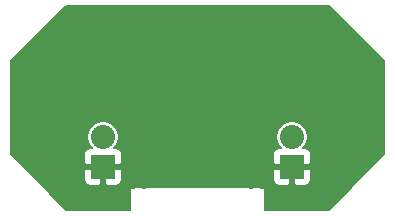
<source format=gbl>
G04 #@! TF.FileFunction,Copper,L2,Bot,Signal*
%FSLAX46Y46*%
G04 Gerber Fmt 4.6, Leading zero omitted, Abs format (unit mm)*
G04 Created by KiCad (PCBNEW 4.0.2+dfsg1-stable) date Sa 25 Mär 2017 16:29:51 CET*
%MOMM*%
G01*
G04 APERTURE LIST*
%ADD10C,0.100000*%
%ADD11R,4.064000X1.524000*%
%ADD12R,1.524000X4.064000*%
%ADD13R,2.032000X2.032000*%
%ADD14O,2.032000X2.032000*%
%ADD15C,0.700000*%
%ADD16C,0.200000*%
G04 APERTURE END LIST*
D10*
D11*
X29700000Y6230000D03*
X29700000Y11770000D03*
X2300000Y11770000D03*
X2300000Y6230000D03*
D12*
X13230000Y4400000D03*
X18770000Y4400000D03*
D13*
X24000000Y4000000D03*
D14*
X24000000Y6540000D03*
D13*
X8000000Y4000000D03*
D14*
X8000000Y6540000D03*
D15*
X16000000Y14700000D03*
X21500000Y11500000D03*
X10500000Y11500000D03*
X5500000Y12500000D03*
X4500000Y13500000D03*
X3000000Y13500000D03*
X5500000Y7500000D03*
X5500000Y6500000D03*
X5500000Y5500000D03*
X4500000Y4500000D03*
X3000000Y4500000D03*
X26500000Y7500000D03*
X26500000Y6500000D03*
X26500000Y5500000D03*
X27500000Y4500000D03*
X29000000Y4500000D03*
X26500000Y12500000D03*
X27500000Y13500000D03*
X29000000Y13500000D03*
X18000000Y9500000D03*
X18000000Y8500000D03*
X18000000Y7500000D03*
X19000000Y7500000D03*
X14000000Y9500000D03*
X14000000Y8500000D03*
X14000000Y7500000D03*
X13000000Y7500000D03*
X10500000Y2500000D03*
X11500000Y2500000D03*
X11500000Y3500000D03*
X11500000Y6500000D03*
X11500000Y5500000D03*
X11500000Y4500000D03*
X21500000Y2500000D03*
X20500000Y2500000D03*
X20500000Y3500000D03*
X20500000Y6500000D03*
X20500000Y5500000D03*
X20500000Y4500000D03*
X9000000Y10000000D03*
X23000000Y10000000D03*
X1500000Y13500000D03*
X2500000Y14500000D03*
X3500000Y15500000D03*
X4500000Y16500000D03*
X5500000Y17000000D03*
X6500000Y17000000D03*
X7500000Y17000000D03*
X8500000Y17000000D03*
X9500000Y17000000D03*
X10500000Y17000000D03*
X11500000Y17000000D03*
X12500000Y17000000D03*
X13500000Y17000000D03*
X14500000Y17000000D03*
X15500000Y17000000D03*
X16500000Y17000000D03*
X17500000Y17000000D03*
X18500000Y17000000D03*
X19500000Y17000000D03*
X20500000Y17000000D03*
X21500000Y17000000D03*
X22500000Y17000000D03*
X23500000Y17000000D03*
X24500000Y17000000D03*
X25500000Y17000000D03*
X26500000Y17000000D03*
X27500000Y16500000D03*
X28500000Y15500000D03*
X29500000Y14500000D03*
X30500000Y13500000D03*
X30500000Y4500000D03*
X29500000Y3500000D03*
X28500000Y2500000D03*
X27500000Y1500000D03*
X26500000Y1000000D03*
X25500000Y1000000D03*
X24500000Y1000000D03*
X23500000Y1000000D03*
X22500000Y1000000D03*
X9500000Y1000000D03*
X8500000Y1000000D03*
X7500000Y1000000D03*
X6500000Y1000000D03*
X5500000Y1000000D03*
X4500000Y1500000D03*
X3500000Y2500000D03*
X2500000Y3500000D03*
X1500000Y4500000D03*
D16*
X3000000Y13500000D02*
X4500000Y13500000D01*
X5500000Y5500000D02*
X5500000Y6500000D01*
X3000000Y4500000D02*
X4500000Y4500000D01*
X26500000Y5500000D02*
X26500000Y6500000D01*
X29000000Y4500000D02*
X27500000Y4500000D01*
X29000000Y13500000D02*
X27500000Y13500000D01*
X18000000Y8500000D02*
X18000000Y9500000D01*
X19000000Y7500000D02*
X18000000Y7500000D01*
X14000000Y8500000D02*
X14000000Y9500000D01*
X13000000Y7500000D02*
X14000000Y7500000D01*
X11500000Y2500000D02*
X10500000Y2500000D01*
X11500000Y4500000D02*
X11500000Y3500000D01*
X11500000Y4500000D02*
X11500000Y5500000D01*
X20500000Y2500000D02*
X21500000Y2500000D01*
X20500000Y4500000D02*
X20500000Y3500000D01*
X20500000Y4500000D02*
X20500000Y5500000D01*
X2500000Y14500000D02*
X1500000Y13500000D01*
X4500000Y16500000D02*
X3500000Y15500000D01*
X6500000Y17000000D02*
X5500000Y17000000D01*
X8500000Y17000000D02*
X7500000Y17000000D01*
X10500000Y17000000D02*
X9500000Y17000000D01*
X12500000Y17000000D02*
X11500000Y17000000D01*
X14500000Y17000000D02*
X13500000Y17000000D01*
X16500000Y17000000D02*
X15500000Y17000000D01*
X18500000Y17000000D02*
X17500000Y17000000D01*
X20500000Y17000000D02*
X19500000Y17000000D01*
X22500000Y17000000D02*
X21500000Y17000000D01*
X24500000Y17000000D02*
X23500000Y17000000D01*
X26500000Y17000000D02*
X25500000Y17000000D01*
X28500000Y15500000D02*
X27500000Y16500000D01*
X30500000Y13500000D02*
X29500000Y14500000D01*
X28500000Y2500000D02*
X29500000Y3500000D01*
X26500000Y1000000D02*
X27000000Y1000000D01*
X27000000Y1000000D02*
X27500000Y1500000D01*
X24500000Y1000000D02*
X25500000Y1000000D01*
X22500000Y1000000D02*
X23500000Y1000000D01*
X7500000Y1000000D02*
X8500000Y1000000D01*
X5500000Y1000000D02*
X6500000Y1000000D01*
X3500000Y2500000D02*
X4500000Y1500000D01*
X1500000Y4500000D02*
X2500000Y3500000D01*
X2300000Y6230000D02*
X2300000Y5268000D01*
X2300000Y5268000D02*
X1532000Y4500000D01*
G36*
X31825000Y12927512D02*
X31825000Y5072488D01*
X27127512Y375000D01*
X21675000Y375000D01*
X21675000Y2100000D01*
X21661679Y2166970D01*
X21623744Y2223744D01*
X21566970Y2261679D01*
X21500000Y2275000D01*
X10500000Y2275000D01*
X10433030Y2261679D01*
X10376256Y2223744D01*
X10338321Y2166970D01*
X10325000Y2100000D01*
X10325000Y375000D01*
X4872488Y375000D01*
X1553488Y3694000D01*
X6376000Y3694000D01*
X6376000Y2863062D01*
X6468562Y2639596D01*
X6639595Y2468563D01*
X6863061Y2376000D01*
X7694000Y2376000D01*
X7846000Y2528000D01*
X7846000Y3846000D01*
X8154000Y3846000D01*
X8154000Y2528000D01*
X8306000Y2376000D01*
X9136939Y2376000D01*
X9360405Y2468563D01*
X9531438Y2639596D01*
X9624000Y2863062D01*
X9624000Y3694000D01*
X22376000Y3694000D01*
X22376000Y2863062D01*
X22468562Y2639596D01*
X22639595Y2468563D01*
X22863061Y2376000D01*
X23694000Y2376000D01*
X23846000Y2528000D01*
X23846000Y3846000D01*
X24154000Y3846000D01*
X24154000Y2528000D01*
X24306000Y2376000D01*
X25136939Y2376000D01*
X25360405Y2468563D01*
X25531438Y2639596D01*
X25624000Y2863062D01*
X25624000Y3694000D01*
X25472000Y3846000D01*
X24154000Y3846000D01*
X23846000Y3846000D01*
X22528000Y3846000D01*
X22376000Y3694000D01*
X9624000Y3694000D01*
X9472000Y3846000D01*
X8154000Y3846000D01*
X7846000Y3846000D01*
X6528000Y3846000D01*
X6376000Y3694000D01*
X1553488Y3694000D01*
X175000Y5072488D01*
X175000Y5136938D01*
X6376000Y5136938D01*
X6376000Y4306000D01*
X6528000Y4154000D01*
X7846000Y4154000D01*
X7846000Y4174000D01*
X8154000Y4174000D01*
X8154000Y4154000D01*
X9472000Y4154000D01*
X9624000Y4306000D01*
X9624000Y5136938D01*
X22376000Y5136938D01*
X22376000Y4306000D01*
X22528000Y4154000D01*
X23846000Y4154000D01*
X23846000Y4174000D01*
X24154000Y4174000D01*
X24154000Y4154000D01*
X25472000Y4154000D01*
X25624000Y4306000D01*
X25624000Y5136938D01*
X25531438Y5360404D01*
X25360405Y5531437D01*
X25136939Y5624000D01*
X24966059Y5624000D01*
X25241607Y6036389D01*
X25341782Y6540000D01*
X25241607Y7043611D01*
X24956335Y7470553D01*
X24529393Y7755825D01*
X24025782Y7856000D01*
X23974218Y7856000D01*
X23470607Y7755825D01*
X23043665Y7470553D01*
X22758393Y7043611D01*
X22658218Y6540000D01*
X22758393Y6036389D01*
X23033941Y5624000D01*
X22863061Y5624000D01*
X22639595Y5531437D01*
X22468562Y5360404D01*
X22376000Y5136938D01*
X9624000Y5136938D01*
X9531438Y5360404D01*
X9360405Y5531437D01*
X9136939Y5624000D01*
X8966059Y5624000D01*
X9241607Y6036389D01*
X9341782Y6540000D01*
X9241607Y7043611D01*
X8956335Y7470553D01*
X8529393Y7755825D01*
X8025782Y7856000D01*
X7974218Y7856000D01*
X7470607Y7755825D01*
X7043665Y7470553D01*
X6758393Y7043611D01*
X6658218Y6540000D01*
X6758393Y6036389D01*
X7033941Y5624000D01*
X6863061Y5624000D01*
X6639595Y5531437D01*
X6468562Y5360404D01*
X6376000Y5136938D01*
X175000Y5136938D01*
X175000Y12927512D01*
X4872488Y17625000D01*
X27127512Y17625000D01*
X31825000Y12927512D01*
X31825000Y12927512D01*
G37*
X31825000Y12927512D02*
X31825000Y5072488D01*
X27127512Y375000D01*
X21675000Y375000D01*
X21675000Y2100000D01*
X21661679Y2166970D01*
X21623744Y2223744D01*
X21566970Y2261679D01*
X21500000Y2275000D01*
X10500000Y2275000D01*
X10433030Y2261679D01*
X10376256Y2223744D01*
X10338321Y2166970D01*
X10325000Y2100000D01*
X10325000Y375000D01*
X4872488Y375000D01*
X1553488Y3694000D01*
X6376000Y3694000D01*
X6376000Y2863062D01*
X6468562Y2639596D01*
X6639595Y2468563D01*
X6863061Y2376000D01*
X7694000Y2376000D01*
X7846000Y2528000D01*
X7846000Y3846000D01*
X8154000Y3846000D01*
X8154000Y2528000D01*
X8306000Y2376000D01*
X9136939Y2376000D01*
X9360405Y2468563D01*
X9531438Y2639596D01*
X9624000Y2863062D01*
X9624000Y3694000D01*
X22376000Y3694000D01*
X22376000Y2863062D01*
X22468562Y2639596D01*
X22639595Y2468563D01*
X22863061Y2376000D01*
X23694000Y2376000D01*
X23846000Y2528000D01*
X23846000Y3846000D01*
X24154000Y3846000D01*
X24154000Y2528000D01*
X24306000Y2376000D01*
X25136939Y2376000D01*
X25360405Y2468563D01*
X25531438Y2639596D01*
X25624000Y2863062D01*
X25624000Y3694000D01*
X25472000Y3846000D01*
X24154000Y3846000D01*
X23846000Y3846000D01*
X22528000Y3846000D01*
X22376000Y3694000D01*
X9624000Y3694000D01*
X9472000Y3846000D01*
X8154000Y3846000D01*
X7846000Y3846000D01*
X6528000Y3846000D01*
X6376000Y3694000D01*
X1553488Y3694000D01*
X175000Y5072488D01*
X175000Y5136938D01*
X6376000Y5136938D01*
X6376000Y4306000D01*
X6528000Y4154000D01*
X7846000Y4154000D01*
X7846000Y4174000D01*
X8154000Y4174000D01*
X8154000Y4154000D01*
X9472000Y4154000D01*
X9624000Y4306000D01*
X9624000Y5136938D01*
X22376000Y5136938D01*
X22376000Y4306000D01*
X22528000Y4154000D01*
X23846000Y4154000D01*
X23846000Y4174000D01*
X24154000Y4174000D01*
X24154000Y4154000D01*
X25472000Y4154000D01*
X25624000Y4306000D01*
X25624000Y5136938D01*
X25531438Y5360404D01*
X25360405Y5531437D01*
X25136939Y5624000D01*
X24966059Y5624000D01*
X25241607Y6036389D01*
X25341782Y6540000D01*
X25241607Y7043611D01*
X24956335Y7470553D01*
X24529393Y7755825D01*
X24025782Y7856000D01*
X23974218Y7856000D01*
X23470607Y7755825D01*
X23043665Y7470553D01*
X22758393Y7043611D01*
X22658218Y6540000D01*
X22758393Y6036389D01*
X23033941Y5624000D01*
X22863061Y5624000D01*
X22639595Y5531437D01*
X22468562Y5360404D01*
X22376000Y5136938D01*
X9624000Y5136938D01*
X9531438Y5360404D01*
X9360405Y5531437D01*
X9136939Y5624000D01*
X8966059Y5624000D01*
X9241607Y6036389D01*
X9341782Y6540000D01*
X9241607Y7043611D01*
X8956335Y7470553D01*
X8529393Y7755825D01*
X8025782Y7856000D01*
X7974218Y7856000D01*
X7470607Y7755825D01*
X7043665Y7470553D01*
X6758393Y7043611D01*
X6658218Y6540000D01*
X6758393Y6036389D01*
X7033941Y5624000D01*
X6863061Y5624000D01*
X6639595Y5531437D01*
X6468562Y5360404D01*
X6376000Y5136938D01*
X175000Y5136938D01*
X175000Y12927512D01*
X4872488Y17625000D01*
X27127512Y17625000D01*
X31825000Y12927512D01*
M02*

</source>
